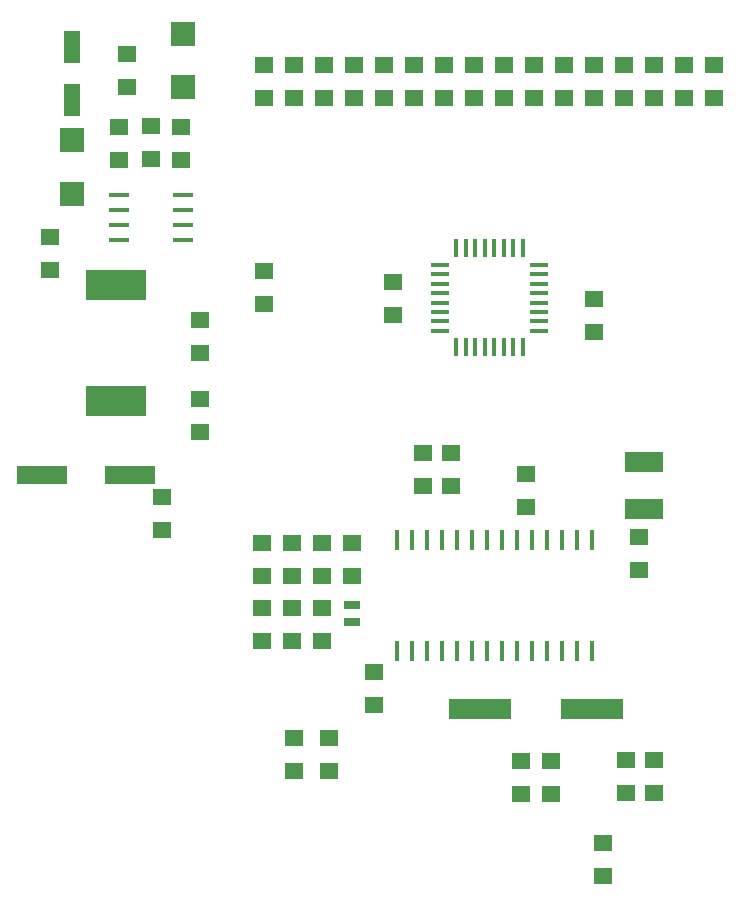
<source format=gbr>
G04 DipTrace 3.0.0.1*
G04 Top Paste.gbr*
%MOMM*%
G04 #@! TF.FileFunction,Paste,Top*
G04 #@! TF.Part,Single*
%ADD58R,5.3X1.8*%
%ADD69R,2.0X2.1*%
%ADD71R,1.8X0.4*%
%ADD73R,1.35X0.8*%
%ADD75R,5.2X2.6*%
%ADD84R,0.4X1.8*%
%ADD86R,0.3X1.5*%
%ADD88R,1.5X0.3*%
%ADD90R,4.2X1.6*%
%ADD92R,3.2X1.7*%
%ADD94R,1.6X1.4*%
%ADD96R,1.4X2.75*%
%FSLAX35Y35*%
G04*
G71*
G90*
G75*
G01*
G04 TopPaste*
%LPD*%
D96*
X936723Y-2016337D3*
Y-1566337D3*
D94*
X1397197Y-1905157D3*
Y-1625157D3*
X746203Y-3175333D3*
Y-3455333D3*
X3651250Y-3841750D3*
Y-3561750D3*
X5349877Y-3981750D3*
Y-3701750D3*
D92*
X5778500Y-5476877D3*
Y-5086877D3*
D94*
X1698803Y-5382190D3*
Y-5662190D3*
D90*
X682697Y-5191670D3*
X1422697D3*
D94*
X5730877Y-6000750D3*
Y-5720750D3*
X3048000Y-5765500D3*
Y-6045500D3*
Y-6598250D3*
Y-6318250D3*
X3492500Y-6858000D3*
Y-7138000D3*
X4731247Y-7890703D3*
Y-7610703D3*
X4985247Y-7890703D3*
Y-7610703D3*
D88*
X4048123Y-3413127D3*
Y-3493127D3*
Y-3573127D3*
Y-3653127D3*
Y-3733127D3*
Y-3813127D3*
Y-3893127D3*
Y-3973127D3*
D86*
X4188123Y-4113127D3*
X4268123D3*
X4348123D3*
X4428123D3*
X4508123D3*
X4588123D3*
X4668123D3*
X4748123D3*
D88*
X4888123Y-3973127D3*
Y-3893127D3*
Y-3813127D3*
Y-3733127D3*
Y-3653127D3*
Y-3573127D3*
Y-3493127D3*
Y-3413127D3*
D86*
X4748123Y-3273127D3*
X4668123D3*
X4588123D3*
X4508123D3*
X4428123D3*
X4348123D3*
X4268123D3*
X4188123D3*
D84*
X5334000Y-5746750D3*
X5207000D3*
X5080000D3*
X4953000D3*
X4826000D3*
X4699000D3*
X4572000D3*
X4445000D3*
X4318000D3*
X4191000D3*
X4064000D3*
X3937000D3*
X3810000D3*
X3683000D3*
Y-6686750D3*
X3810000D3*
X3937000D3*
X4064000D3*
X4191000D3*
X4318000D3*
X4445000D3*
X4572000D3*
X4699000D3*
X4826000D3*
X4953000D3*
X5080000D3*
X5207000D3*
X5334000D3*
D75*
X1301887Y-3588127D3*
Y-4568127D3*
D73*
X3302000Y-6440873D3*
Y-6290873D3*
D94*
X2555877Y-2000250D3*
Y-1720250D3*
X2809877Y-2000250D3*
Y-1720250D3*
X3063877Y-2000250D3*
Y-1720250D3*
X3317877Y-2000250D3*
Y-1720250D3*
X3571877Y-2000250D3*
Y-1720250D3*
X3825877Y-2000250D3*
Y-1720250D3*
X4079877Y-2000250D3*
Y-1720250D3*
X4333877Y-2000250D3*
Y-1720250D3*
X4587877Y-2000250D3*
Y-1720250D3*
X4841877Y-2000250D3*
Y-1720250D3*
X5095873Y-2000250D3*
Y-1720250D3*
X5349877Y-2000250D3*
Y-1720250D3*
X5603877Y-2000250D3*
Y-1720250D3*
X5857877Y-2000250D3*
Y-1720250D3*
X6111877Y-2000250D3*
Y-1720250D3*
X6365877Y-2000250D3*
Y-1720250D3*
X1333697Y-2524390D3*
Y-2244390D3*
X1600693Y-2521513D3*
Y-2241513D3*
X1857570Y-2524390D3*
Y-2244390D3*
X2555873Y-3746500D3*
Y-3466500D3*
X2016127Y-4159250D3*
Y-3879250D3*
Y-4826000D3*
Y-4546000D3*
X3905250Y-5003500D3*
Y-5283500D3*
X4143373D3*
Y-5003500D3*
X4778373Y-5461000D3*
Y-5181000D3*
X2540000Y-5765500D3*
Y-6045500D3*
X2794000Y-5765500D3*
Y-6045500D3*
X3302000D3*
Y-5765500D3*
X2540000Y-6601127D3*
Y-6321127D3*
X2794000Y-6601127D3*
Y-6321127D3*
X5619750Y-7604127D3*
Y-7884127D3*
X5857877Y-7604127D3*
Y-7884127D3*
X2810170Y-7700183D3*
Y-7420183D3*
X3108937Y-7697293D3*
Y-7417293D3*
X5429820Y-8589277D3*
Y-8309277D3*
D71*
X1333640Y-2826047D3*
Y-2953047D3*
Y-3080047D3*
Y-3207047D3*
X1873640D3*
Y-3080047D3*
Y-2953047D3*
Y-2826047D3*
D69*
X1873447Y-1460653D3*
Y-1910653D3*
X936723Y-2810170D3*
Y-2360170D3*
D58*
X5334000Y-7175500D3*
X4384000D3*
M02*

</source>
